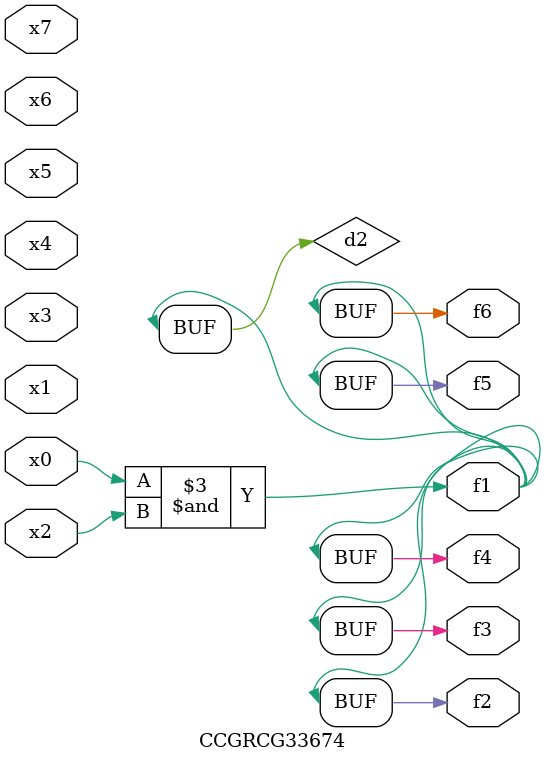
<source format=v>
module CCGRCG33674(
	input x0, x1, x2, x3, x4, x5, x6, x7,
	output f1, f2, f3, f4, f5, f6
);

	wire d1, d2;

	nor (d1, x3, x6);
	and (d2, x0, x2);
	assign f1 = d2;
	assign f2 = d2;
	assign f3 = d2;
	assign f4 = d2;
	assign f5 = d2;
	assign f6 = d2;
endmodule

</source>
